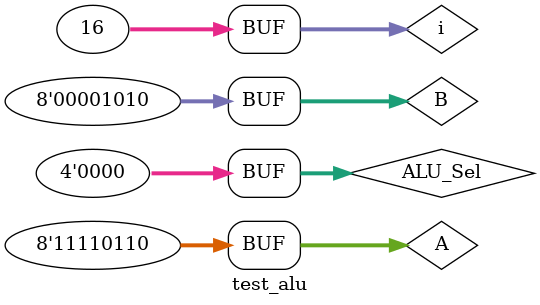
<source format=v>
`timescale 1ns / 1ps  

module test_alu;
//Inputs
 reg[7:0] A,B;
 reg[3:0] ALU_Sel;

//Outputs
 wire[7:0] ALU_Out;
 wire CarryOut;
 // Verilog code for ALU
 integer i;
 alu test_unit(
            A,B,  // ALU 8-bit Inputs                 
            ALU_Sel,// ALU Selection
            ALU_Out, // ALU 8-bit Output
            CarryOut // Carry Out Flag
     );
    initial 
		begin
    // hold reset state for 100 ns.
		$dumpfile("test_alu.vcd");
		$dumpvars(0,test_alu);
		$monitor($time,"%h %h %h",A,B,ALU_Sel);
	//  $display();
      A = 8'h0A;
      B = 8'h02;
      ALU_Sel = 4'h0;
      
      for (i=0;i<=15;i=i+1)
      begin
       ALU_Sel = ALU_Sel + 8'h01;
       #10;
      end;
      
      A = 8'hF6;
      B = 8'h0A;
      
    end
endmodule
</source>
